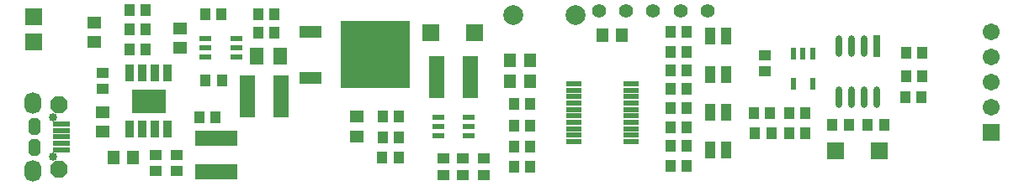
<source format=gts>
%FSLAX25Y25*%
%MOIN*%
G70*
G01*
G75*
G04 Layer_Color=8388736*
%ADD10R,0.12402X0.08898*%
%ADD11R,0.02400X0.05906*%
%ADD12R,0.03150X0.03937*%
%ADD13R,0.03937X0.04724*%
%ADD14R,0.15748X0.05118*%
%ADD15R,0.03937X0.03150*%
%ADD16R,0.05118X0.15748*%
%ADD17R,0.03937X0.01575*%
G04:AMPARAMS|DCode=18|XSize=39.37mil|YSize=59.06mil|CornerRadius=0mil|HoleSize=0mil|Usage=FLASHONLY|Rotation=180.000|XOffset=0mil|YOffset=0mil|HoleType=Round|Shape=Octagon|*
%AMOCTAGOND18*
4,1,8,0.00984,-0.02953,-0.00984,-0.02953,-0.01969,-0.01969,-0.01969,0.01969,-0.00984,0.02953,0.00984,0.02953,0.01969,0.01969,0.01969,-0.01969,0.00984,-0.02953,0.0*
%
%ADD18OCTAGOND18*%

%ADD19P,0.06392X8X22.5*%
%ADD20R,0.05906X0.01378*%
%ADD21R,0.05118X0.01260*%
%ADD22R,0.04724X0.03937*%
%ADD23C,0.04724*%
%ADD24R,0.04724X0.05906*%
%ADD25R,0.07874X0.04134*%
%ADD26R,0.26772X0.25984*%
%ADD27R,0.06299X0.05906*%
%ADD28R,0.03150X0.02559*%
%ADD29R,0.01575X0.03937*%
%ADD30O,0.01969X0.07874*%
%ADD31R,0.01969X0.07874*%
%ADD32C,0.03937*%
%ADD33C,0.01969*%
%ADD34C,0.02756*%
%ADD35C,0.03150*%
%ADD36C,0.01181*%
%ADD37C,0.02362*%
%ADD38R,0.06850X0.08228*%
%ADD39C,0.02559*%
%ADD40O,0.05906X0.07874*%
%ADD41R,0.05906X0.05906*%
%ADD42C,0.05906*%
%ADD43R,0.05906X0.05906*%
%ADD44C,0.07087*%
%ADD45C,0.03937*%
%ADD46C,0.01969*%
%ADD47C,0.02756*%
%ADD48C,0.00984*%
%ADD49C,0.00500*%
%ADD50C,0.00787*%
%ADD51C,0.00472*%
%ADD52C,0.00591*%
%ADD53C,0.00492*%
%ADD54C,0.00709*%
%ADD55C,0.00394*%
%ADD56R,0.13202X0.09698*%
%ADD57R,0.03200X0.06706*%
%ADD58R,0.03950X0.04737*%
%ADD59R,0.04737X0.05524*%
%ADD60R,0.16548X0.05918*%
%ADD61R,0.04737X0.03950*%
%ADD62R,0.05918X0.16548*%
%ADD63R,0.04737X0.02375*%
G04:AMPARAMS|DCode=64|XSize=47.37mil|YSize=67.06mil|CornerRadius=0mil|HoleSize=0mil|Usage=FLASHONLY|Rotation=180.000|XOffset=0mil|YOffset=0mil|HoleType=Round|Shape=Octagon|*
%AMOCTAGOND64*
4,1,8,0.01184,-0.03353,-0.01184,-0.03353,-0.02369,-0.02169,-0.02369,0.02169,-0.01184,0.03353,0.01184,0.03353,0.02369,0.02169,0.02369,-0.02169,0.01184,-0.03353,0.0*
%
%ADD64OCTAGOND64*%

%ADD65P,0.07258X8X22.5*%
%ADD66R,0.06706X0.02178*%
%ADD67R,0.05918X0.02060*%
%ADD68R,0.05524X0.04737*%
%ADD69C,0.05524*%
%ADD70R,0.05524X0.06706*%
%ADD71R,0.08674X0.04934*%
%ADD72R,0.27572X0.26784*%
%ADD73R,0.07099X0.06706*%
%ADD74R,0.03950X0.03359*%
%ADD75R,0.02375X0.04737*%
%ADD76O,0.02769X0.08674*%
%ADD77R,0.02769X0.08674*%
%ADD78C,0.03359*%
%ADD79O,0.06706X0.08674*%
%ADD80R,0.06706X0.06706*%
%ADD81C,0.06706*%
%ADD82R,0.06706X0.06706*%
%ADD83C,0.07887*%
D56*
X52342Y34866D02*
D03*
D57*
X44842Y23616D02*
D03*
X49842D02*
D03*
X54842D02*
D03*
X59842D02*
D03*
Y46116D02*
D03*
X54842D02*
D03*
X49842D02*
D03*
X44842D02*
D03*
D58*
X78730Y28520D02*
D03*
X72430D02*
D03*
X44831Y71130D02*
D03*
X51130D02*
D03*
Y63510D02*
D03*
X44831D02*
D03*
X51130Y55530D02*
D03*
X44831D02*
D03*
X197118Y33829D02*
D03*
X203417D02*
D03*
X81014Y69558D02*
D03*
X74715D02*
D03*
X95675D02*
D03*
X101974D02*
D03*
X102014Y62064D02*
D03*
X95715D02*
D03*
X151227Y12322D02*
D03*
X144534D02*
D03*
X151226Y20426D02*
D03*
X144927D02*
D03*
X151230Y28652D02*
D03*
X144931D02*
D03*
X203417Y8686D02*
D03*
X197118D02*
D03*
X203417Y16696D02*
D03*
X197118D02*
D03*
Y24936D02*
D03*
X203417D02*
D03*
X265367Y62276D02*
D03*
X259068D02*
D03*
X265367Y54558D02*
D03*
X259068D02*
D03*
X265367Y47138D02*
D03*
X259068D02*
D03*
X265367Y39608D02*
D03*
X259068D02*
D03*
X265367Y32188D02*
D03*
X259068D02*
D03*
X265367Y24288D02*
D03*
X259068D02*
D03*
X265367Y16968D02*
D03*
X259068D02*
D03*
X265367Y9138D02*
D03*
X259068D02*
D03*
X298345Y30150D02*
D03*
X292046D02*
D03*
X298962Y21990D02*
D03*
X292269D02*
D03*
X312415Y30090D02*
D03*
X306116D02*
D03*
Y22080D02*
D03*
X312415D02*
D03*
X323033Y25505D02*
D03*
X329726D02*
D03*
X336970Y25499D02*
D03*
X343663D02*
D03*
X358734Y54088D02*
D03*
X352435D02*
D03*
X352285Y44828D02*
D03*
X358584D02*
D03*
X358463Y36306D02*
D03*
X352163D02*
D03*
X81287Y43010D02*
D03*
X74594D02*
D03*
D59*
X46127Y12510D02*
D03*
X38253D02*
D03*
X203303Y42700D02*
D03*
X195429D02*
D03*
X203303Y51020D02*
D03*
X195429D02*
D03*
X239792Y61120D02*
D03*
X231919D02*
D03*
D60*
X78897Y19981D02*
D03*
Y6596D02*
D03*
D61*
X63420Y7060D02*
D03*
Y13360D02*
D03*
X34100Y39870D02*
D03*
Y46170D02*
D03*
X54890Y13260D02*
D03*
Y6960D02*
D03*
X169034Y12076D02*
D03*
Y5383D02*
D03*
X176554D02*
D03*
Y12076D02*
D03*
X184940Y5383D02*
D03*
Y12076D02*
D03*
X296402Y53057D02*
D03*
Y46758D02*
D03*
D62*
X91268Y36812D02*
D03*
X104654D02*
D03*
X179850Y44497D02*
D03*
X166464D02*
D03*
D63*
X179128Y21100D02*
D03*
Y28580D02*
D03*
Y24840D02*
D03*
X166923D02*
D03*
Y28580D02*
D03*
Y21100D02*
D03*
X74654Y52290D02*
D03*
Y59771D02*
D03*
Y56030D02*
D03*
X86859D02*
D03*
Y59771D02*
D03*
Y52290D02*
D03*
D64*
X7119Y24694D02*
D03*
Y16426D02*
D03*
D65*
X16567Y7765D02*
D03*
Y33355D02*
D03*
D66*
X17769Y20658D02*
D03*
Y23217D02*
D03*
Y18099D02*
D03*
Y15540D02*
D03*
Y25776D02*
D03*
D67*
X220727Y41756D02*
D03*
X243364D02*
D03*
X220727Y39197D02*
D03*
Y36638D02*
D03*
Y34079D02*
D03*
Y31519D02*
D03*
Y28960D02*
D03*
Y26401D02*
D03*
Y23842D02*
D03*
Y21283D02*
D03*
Y18724D02*
D03*
X243364Y39197D02*
D03*
Y36638D02*
D03*
Y34079D02*
D03*
Y31519D02*
D03*
Y28960D02*
D03*
Y26401D02*
D03*
Y23842D02*
D03*
Y21283D02*
D03*
Y18724D02*
D03*
D68*
X30780Y58323D02*
D03*
Y66197D02*
D03*
X34100Y30527D02*
D03*
Y22653D02*
D03*
X64760Y56043D02*
D03*
Y63917D02*
D03*
X134763Y20721D02*
D03*
Y28596D02*
D03*
D69*
X230712Y70689D02*
D03*
X241426D02*
D03*
X252141D02*
D03*
X262857D02*
D03*
X273571D02*
D03*
D70*
X104429Y52814D02*
D03*
X94980D02*
D03*
D71*
X116510Y62355D02*
D03*
X116510Y44245D02*
D03*
D72*
X142101Y53300D02*
D03*
D73*
X164044Y62130D02*
D03*
X181367D02*
D03*
X341841Y15235D02*
D03*
X324518D02*
D03*
D74*
X274730Y59052D02*
D03*
X281030D02*
D03*
X274730Y62398D02*
D03*
X281030D02*
D03*
X274730Y43812D02*
D03*
X281030D02*
D03*
X274730Y47158D02*
D03*
X281030D02*
D03*
X274730Y28729D02*
D03*
X281030D02*
D03*
X274730Y32076D02*
D03*
X281030D02*
D03*
X274730Y13802D02*
D03*
X281030D02*
D03*
X274730Y17148D02*
D03*
X281030D02*
D03*
D75*
X315202Y41663D02*
D03*
X307722D02*
D03*
X311462Y53868D02*
D03*
X307722D02*
D03*
X315202D02*
D03*
D76*
X335707Y56796D02*
D03*
X330707D02*
D03*
X325707D02*
D03*
X340707Y36323D02*
D03*
X335707D02*
D03*
X330707D02*
D03*
X325707D02*
D03*
D77*
X340707Y56796D02*
D03*
D78*
X14488Y12795D02*
D03*
Y28583D02*
D03*
D79*
X6449Y7198D02*
D03*
X6371Y34237D02*
D03*
D80*
X6830Y68590D02*
D03*
Y58590D02*
D03*
D81*
X386160Y52340D02*
D03*
Y42340D02*
D03*
Y32340D02*
D03*
Y62340D02*
D03*
D82*
Y22340D02*
D03*
D83*
X221469Y69040D02*
D03*
X196666D02*
D03*
M02*

</source>
